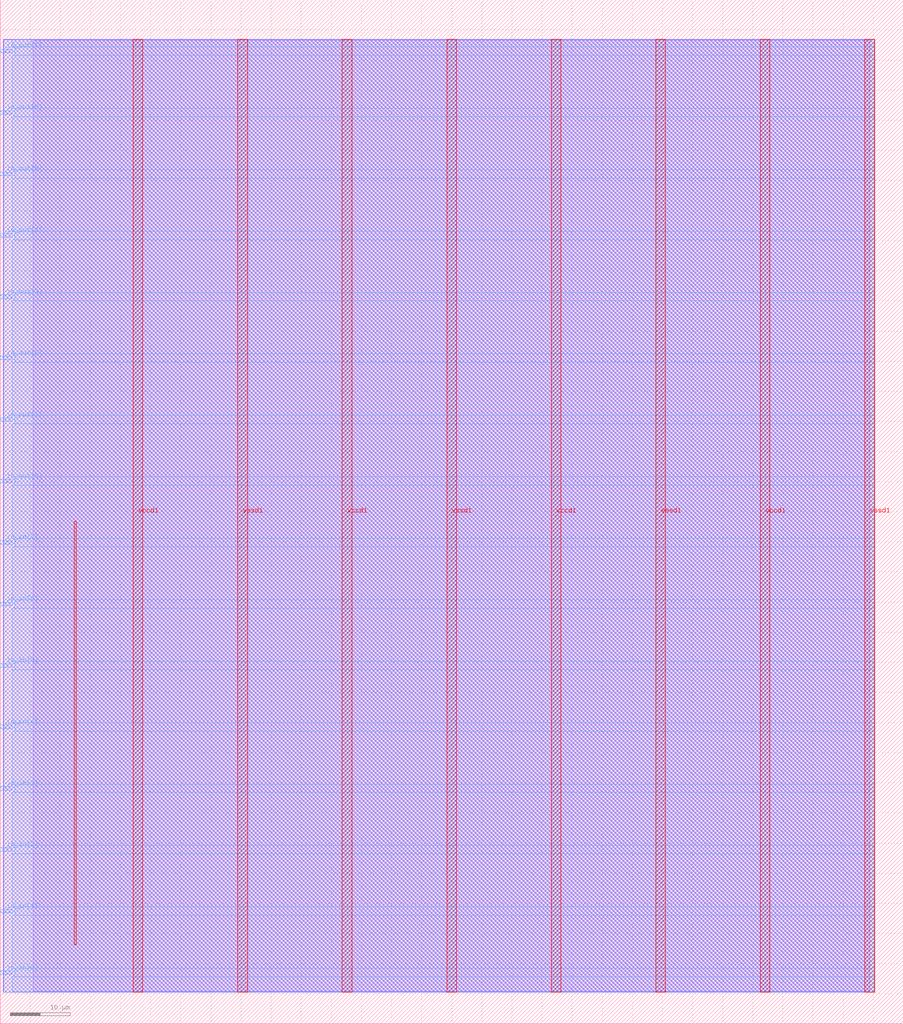
<source format=lef>
VERSION 5.7 ;
  NOWIREEXTENSIONATPIN ON ;
  DIVIDERCHAR "/" ;
  BUSBITCHARS "[]" ;
MACRO rotary_encoder
  CLASS BLOCK ;
  FOREIGN rotary_encoder ;
  ORIGIN 0.000 0.000 ;
  SIZE 150.000 BY 170.000 ;
  PIN io_in[0]
    DIRECTION INPUT ;
    USE SIGNAL ;
    PORT
      LAYER met3 ;
        RECT 0.000 8.200 2.000 8.800 ;
    END
  END io_in[0]
  PIN io_in[1]
    DIRECTION INPUT ;
    USE SIGNAL ;
    PORT
      LAYER met3 ;
        RECT 0.000 18.400 2.000 19.000 ;
    END
  END io_in[1]
  PIN io_in[2]
    DIRECTION INPUT ;
    USE SIGNAL ;
    PORT
      LAYER met3 ;
        RECT 0.000 28.600 2.000 29.200 ;
    END
  END io_in[2]
  PIN io_in[3]
    DIRECTION INPUT ;
    USE SIGNAL ;
    PORT
      LAYER met3 ;
        RECT 0.000 38.800 2.000 39.400 ;
    END
  END io_in[3]
  PIN io_in[4]
    DIRECTION INPUT ;
    USE SIGNAL ;
    PORT
      LAYER met3 ;
        RECT 0.000 49.000 2.000 49.600 ;
    END
  END io_in[4]
  PIN io_in[5]
    DIRECTION INPUT ;
    USE SIGNAL ;
    PORT
      LAYER met3 ;
        RECT 0.000 59.200 2.000 59.800 ;
    END
  END io_in[5]
  PIN io_in[6]
    DIRECTION INPUT ;
    USE SIGNAL ;
    PORT
      LAYER met3 ;
        RECT 0.000 69.400 2.000 70.000 ;
    END
  END io_in[6]
  PIN io_in[7]
    DIRECTION INPUT ;
    USE SIGNAL ;
    PORT
      LAYER met3 ;
        RECT 0.000 79.600 2.000 80.200 ;
    END
  END io_in[7]
  PIN io_out[0]
    DIRECTION OUTPUT TRISTATE ;
    USE SIGNAL ;
    PORT
      LAYER met3 ;
        RECT 0.000 89.800 2.000 90.400 ;
    END
  END io_out[0]
  PIN io_out[1]
    DIRECTION OUTPUT TRISTATE ;
    USE SIGNAL ;
    PORT
      LAYER met3 ;
        RECT 0.000 100.000 2.000 100.600 ;
    END
  END io_out[1]
  PIN io_out[2]
    DIRECTION OUTPUT TRISTATE ;
    USE SIGNAL ;
    PORT
      LAYER met3 ;
        RECT 0.000 110.200 2.000 110.800 ;
    END
  END io_out[2]
  PIN io_out[3]
    DIRECTION OUTPUT TRISTATE ;
    USE SIGNAL ;
    PORT
      LAYER met3 ;
        RECT 0.000 120.400 2.000 121.000 ;
    END
  END io_out[3]
  PIN io_out[4]
    DIRECTION OUTPUT TRISTATE ;
    USE SIGNAL ;
    PORT
      LAYER met3 ;
        RECT 0.000 130.600 2.000 131.200 ;
    END
  END io_out[4]
  PIN io_out[5]
    DIRECTION OUTPUT TRISTATE ;
    USE SIGNAL ;
    PORT
      LAYER met3 ;
        RECT 0.000 140.800 2.000 141.400 ;
    END
  END io_out[5]
  PIN io_out[6]
    DIRECTION OUTPUT TRISTATE ;
    USE SIGNAL ;
    PORT
      LAYER met3 ;
        RECT 0.000 151.000 2.000 151.600 ;
    END
  END io_out[6]
  PIN io_out[7]
    DIRECTION OUTPUT TRISTATE ;
    USE SIGNAL ;
    PORT
      LAYER met3 ;
        RECT 0.000 161.200 2.000 161.800 ;
    END
  END io_out[7]
  PIN vccd1
    DIRECTION INOUT ;
    USE POWER ;
    PORT
      LAYER met4 ;
        RECT 22.085 5.200 23.685 163.440 ;
    END
    PORT
      LAYER met4 ;
        RECT 56.815 5.200 58.415 163.440 ;
    END
    PORT
      LAYER met4 ;
        RECT 91.545 5.200 93.145 163.440 ;
    END
    PORT
      LAYER met4 ;
        RECT 126.275 5.200 127.875 163.440 ;
    END
  END vccd1
  PIN vssd1
    DIRECTION INOUT ;
    USE GROUND ;
    PORT
      LAYER met4 ;
        RECT 39.450 5.200 41.050 163.440 ;
    END
    PORT
      LAYER met4 ;
        RECT 74.180 5.200 75.780 163.440 ;
    END
    PORT
      LAYER met4 ;
        RECT 108.910 5.200 110.510 163.440 ;
    END
    PORT
      LAYER met4 ;
        RECT 143.640 5.200 145.240 163.440 ;
    END
  END vssd1
  OBS
      LAYER li1 ;
        RECT 5.520 5.355 144.440 163.285 ;
      LAYER met1 ;
        RECT 0.530 5.200 145.240 163.440 ;
      LAYER met2 ;
        RECT 0.560 5.255 145.210 163.385 ;
      LAYER met3 ;
        RECT 2.000 162.200 145.230 163.365 ;
        RECT 2.400 160.800 145.230 162.200 ;
        RECT 2.000 152.000 145.230 160.800 ;
        RECT 2.400 150.600 145.230 152.000 ;
        RECT 2.000 141.800 145.230 150.600 ;
        RECT 2.400 140.400 145.230 141.800 ;
        RECT 2.000 131.600 145.230 140.400 ;
        RECT 2.400 130.200 145.230 131.600 ;
        RECT 2.000 121.400 145.230 130.200 ;
        RECT 2.400 120.000 145.230 121.400 ;
        RECT 2.000 111.200 145.230 120.000 ;
        RECT 2.400 109.800 145.230 111.200 ;
        RECT 2.000 101.000 145.230 109.800 ;
        RECT 2.400 99.600 145.230 101.000 ;
        RECT 2.000 90.800 145.230 99.600 ;
        RECT 2.400 89.400 145.230 90.800 ;
        RECT 2.000 80.600 145.230 89.400 ;
        RECT 2.400 79.200 145.230 80.600 ;
        RECT 2.000 70.400 145.230 79.200 ;
        RECT 2.400 69.000 145.230 70.400 ;
        RECT 2.000 60.200 145.230 69.000 ;
        RECT 2.400 58.800 145.230 60.200 ;
        RECT 2.000 50.000 145.230 58.800 ;
        RECT 2.400 48.600 145.230 50.000 ;
        RECT 2.000 39.800 145.230 48.600 ;
        RECT 2.400 38.400 145.230 39.800 ;
        RECT 2.000 29.600 145.230 38.400 ;
        RECT 2.400 28.200 145.230 29.600 ;
        RECT 2.000 19.400 145.230 28.200 ;
        RECT 2.400 18.000 145.230 19.400 ;
        RECT 2.000 9.200 145.230 18.000 ;
        RECT 2.400 7.800 145.230 9.200 ;
        RECT 2.000 5.275 145.230 7.800 ;
      LAYER met4 ;
        RECT 12.255 13.095 12.585 83.465 ;
  END
END rotary_encoder
END LIBRARY


</source>
